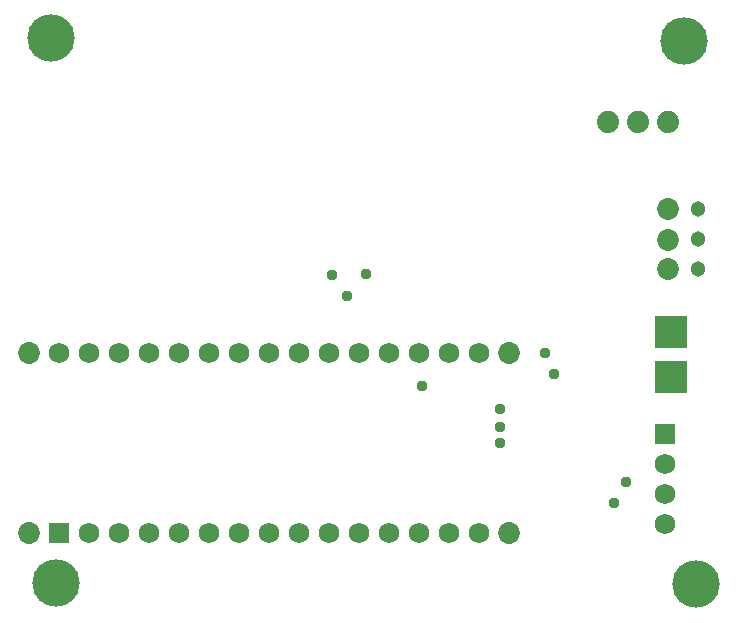
<source format=gbr>
G04 EAGLE Gerber RS-274X export*
G75*
%MOMM*%
%FSLAX34Y34*%
%LPD*%
%INSoldermask Bottom*%
%IPPOS*%
%AMOC8*
5,1,8,0,0,1.08239X$1,22.5*%
G01*
%ADD10C,4.013200*%
%ADD11R,1.733200X1.733200*%
%ADD12C,1.733200*%
%ADD13C,1.853200*%
%ADD14C,1.303200*%
%ADD15C,1.879600*%
%ADD16R,1.727200X1.727200*%
%ADD17C,1.727200*%
%ADD18R,2.743200X2.743200*%
%ADD19C,0.959600*%


D10*
X36830Y24130D03*
X579120Y22860D03*
X568960Y482600D03*
X33020Y485140D03*
D11*
X552450Y149860D03*
D12*
X552450Y124460D03*
X552450Y99060D03*
X552450Y73660D03*
D13*
X554990Y289560D03*
X554990Y314560D03*
X554990Y340360D03*
D14*
X580390Y289560D03*
X580390Y314960D03*
X580390Y340360D03*
D15*
X529590Y414020D03*
X504190Y414020D03*
X554990Y414020D03*
D16*
X39370Y66040D03*
D17*
X64770Y66040D03*
X90170Y66040D03*
X115570Y66040D03*
X140970Y66040D03*
X166370Y66040D03*
X191770Y66040D03*
X217170Y66040D03*
X242570Y66040D03*
X267970Y66040D03*
X293370Y66040D03*
X318770Y66040D03*
X344170Y66040D03*
X369570Y66040D03*
X394970Y66040D03*
X394970Y218440D03*
X369570Y218440D03*
X344170Y218440D03*
X318770Y218440D03*
X293370Y218440D03*
X267970Y218440D03*
X242570Y218440D03*
X217170Y218440D03*
X191770Y218440D03*
X166370Y218440D03*
X140970Y218440D03*
X115570Y218440D03*
X90170Y218440D03*
X64770Y218440D03*
X39370Y218440D03*
D13*
X13970Y66040D03*
X13970Y218440D03*
X420370Y218440D03*
X420370Y66040D03*
D18*
X557530Y236220D03*
X557530Y198120D03*
D19*
X346710Y190500D03*
X458470Y200660D03*
X519430Y109220D03*
X509270Y91440D03*
X450850Y218440D03*
X299720Y285750D03*
X283210Y266700D03*
X270510Y284480D03*
X412750Y171450D03*
X412750Y156210D03*
X412750Y142240D03*
M02*

</source>
